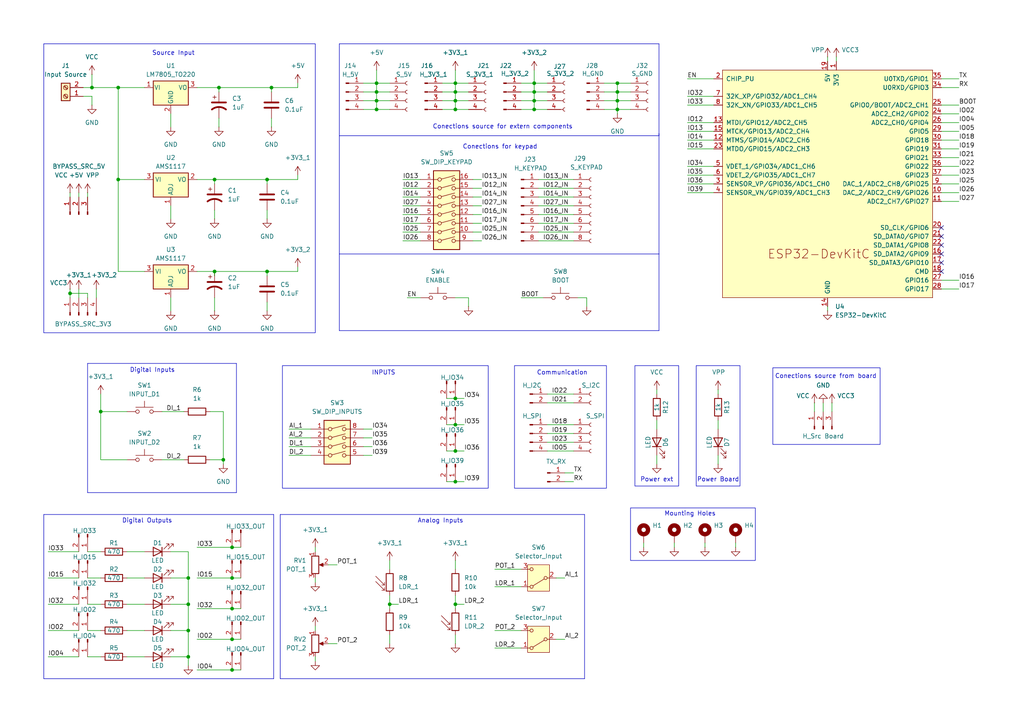
<source format=kicad_sch>
(kicad_sch (version 20231120) (generator "eeschema") (generator_version "8.0")
  (paper "A4")
  (title_block (title "Base for ESP32") (date "2024-11-27") (rev "0.1") (company "Xizuth"))
  (junction (at 154.94 24.13))
  (junction (at 64.77 133.35))
  (junction (at 34.29 52.07))
  (junction (at 132.08 123.19))
  (junction (at 62.23 52.07))
  (junction (at 132.08 24.13))
  (junction (at 132.08 175.26))
  (junction (at 67.31 185.42))
  (junction (at 54.61 190.5))
  (junction (at 179.07 31.75))
  (junction (at 54.61 167.64))
  (junction (at 54.61 175.26))
  (junction (at 67.31 158.75))
  (junction (at 179.07 26.67))
  (junction (at 179.07 24.13))
  (junction (at 34.29 25.4))
  (junction (at 109.22 31.75))
  (junction (at 109.22 26.67))
  (junction (at 113.03 175.26))
  (junction (at 132.08 139.7))
  (junction (at 132.08 29.21))
  (junction (at 109.22 29.21))
  (junction (at 77.47 78.74))
  (junction (at 154.94 29.21))
  (junction (at 78.74 25.4))
  (junction (at 132.08 115.57))
  (junction (at 109.22 24.13))
  (junction (at 54.61 182.88))
  (junction (at 132.08 26.67))
  (junction (at 26.67 25.4))
  (junction (at 29.21 119.38))
  (junction (at 132.08 31.75))
  (junction (at 63.5 25.4))
  (junction (at 77.47 52.07))
  (junction (at 132.08 130.81))
  (junction (at 67.31 194.31))
  (junction (at 67.31 176.53))
  (junction (at 179.07 29.21))
  (junction (at 154.94 26.67))
  (junction (at 62.23 78.74))
  (junction (at 20.32 85.09))
  (junction (at 67.31 167.64))
  (junction (at 154.94 31.75))
  (no_connect (at 273.05 76.2))
  (no_connect (at 273.05 71.12))
  (no_connect (at 273.05 73.66))
  (no_connect (at 273.05 78.74))
  (no_connect (at 273.05 68.58))
  (no_connect (at 273.05 66.04))
  (wire (pts (xy 25.4 86.36) (xy 25.4 85.09)))
  (wire (pts (xy 151.13 26.67) (xy 154.94 26.67)))
  (wire (pts (xy 34.29 52.07) (xy 34.29 78.74)))
  (wire (pts (xy 273.05 83.82) (xy 278.13 83.82)))
  (wire (pts (xy 86.36 25.4) (xy 86.36 24.13)))
  (wire (pts (xy 135.89 88.9) (xy 135.89 86.36)))
  (wire (pts (xy 83.82 127) (xy 90.17 127)))
  (wire (pts (xy 132.08 29.21) (xy 135.89 29.21)))
  (wire (pts (xy 13.97 190.5) (xy 22.86 190.5)))
  (wire (pts (xy 83.82 132.08) (xy 90.17 132.08)))
  (wire (pts (xy 179.07 31.75) (xy 179.07 33.02)))
  (polyline (pts (xy 98.425 73.66) (xy 98.425 95.885)))
  (wire (pts (xy 137.16 62.23) (xy 139.7 62.23)))
  (wire (pts (xy 154.94 29.21) (xy 158.75 29.21)))
  (polyline (pts (xy 68.58 105.41) (xy 68.58 142.875)))
  (wire (pts (xy 154.94 31.75) (xy 158.75 31.75)))
  (wire (pts (xy 208.28 113.03) (xy 208.28 114.3)))
  (wire (pts (xy 273.05 25.4) (xy 278.13 25.4)))
  (wire (pts (xy 158.75 116.84) (xy 166.37 116.84)))
  (wire (pts (xy 91.44 190.5) (xy 91.44 191.77)))
  (wire (pts (xy 116.84 69.85) (xy 121.92 69.85)))
  (polyline (pts (xy 81.28 149.225) (xy 169.545 149.225)))
  (wire (pts (xy 24.13 25.4) (xy 26.67 25.4)))
  (wire (pts (xy 179.07 29.21) (xy 179.07 31.75)))
  (wire (pts (xy 63.5 25.4) (xy 78.74 25.4)))
  (wire (pts (xy 91.44 167.64) (xy 91.44 168.91)))
  (wire (pts (xy 132.08 26.67) (xy 135.89 26.67)))
  (polyline (pts (xy 91.44 96.52) (xy 91.44 12.7)))
  (wire (pts (xy 143.51 182.88) (xy 151.13 182.88)))
  (wire (pts (xy 151.13 31.75) (xy 154.94 31.75)))
  (wire (pts (xy 77.47 60.96) (xy 77.47 63.5)))
  (wire (pts (xy 63.5 34.29) (xy 63.5 36.83)))
  (wire (pts (xy 199.39 27.94) (xy 207.01 27.94)))
  (wire (pts (xy 54.61 190.5) (xy 54.61 193.04)))
  (wire (pts (xy 113.03 175.26) (xy 113.03 176.53)))
  (polyline (pts (xy 191.135 39.37) (xy 191.135 12.7)))
  (wire (pts (xy 95.25 163.83) (xy 97.79 163.83)))
  (wire (pts (xy 132.08 184.15) (xy 132.08 186.69)))
  (wire (pts (xy 26.67 21.59) (xy 26.67 25.4)))
  (wire (pts (xy 273.05 58.42) (xy 278.13 58.42)))
  (wire (pts (xy 158.75 130.81) (xy 166.37 130.81)))
  (wire (pts (xy 36.83 167.64) (xy 41.91 167.64)))
  (wire (pts (xy 25.4 167.64) (xy 29.21 167.64)))
  (wire (pts (xy 109.22 29.21) (xy 109.22 31.75)))
  (wire (pts (xy 179.07 26.67) (xy 182.88 26.67)))
  (wire (pts (xy 49.53 190.5) (xy 54.61 190.5)))
  (wire (pts (xy 273.05 53.34) (xy 278.13 53.34)))
  (wire (pts (xy 116.84 54.61) (xy 121.92 54.61)))
  (wire (pts (xy 25.4 175.26) (xy 29.21 175.26)))
  (polyline (pts (xy 169.545 149.225) (xy 169.545 196.85)))
  (wire (pts (xy 208.28 121.92) (xy 208.28 124.46)))
  (wire (pts (xy 273.05 33.02) (xy 278.13 33.02)))
  (wire (pts (xy 29.21 119.38) (xy 36.83 119.38)))
  (wire (pts (xy 105.41 129.54) (xy 107.95 129.54)))
  (wire (pts (xy 29.21 114.3) (xy 29.21 119.38)))
  (wire (pts (xy 36.83 175.26) (xy 41.91 175.26)))
  (wire (pts (xy 137.16 59.69) (xy 139.7 59.69)))
  (wire (pts (xy 128.27 26.67) (xy 132.08 26.67)))
  (wire (pts (xy 132.08 26.67) (xy 132.08 29.21)))
  (wire (pts (xy 132.08 24.13) (xy 135.89 24.13)))
  (wire (pts (xy 13.97 175.26) (xy 22.86 175.26)))
  (wire (pts (xy 77.47 87.63) (xy 77.47 90.17)))
  (wire (pts (xy 36.83 160.02) (xy 41.91 160.02)))
  (wire (pts (xy 273.05 50.8) (xy 278.13 50.8)))
  (wire (pts (xy 158.75 125.73) (xy 166.37 125.73)))
  (wire (pts (xy 91.44 158.75) (xy 91.44 160.02)))
  (wire (pts (xy 113.03 172.72) (xy 113.03 175.26)))
  (wire (pts (xy 54.61 175.26) (xy 54.61 182.88)))
  (wire (pts (xy 116.84 59.69) (xy 121.92 59.69)))
  (wire (pts (xy 113.03 184.15) (xy 113.03 186.69)))
  (wire (pts (xy 67.31 167.64) (xy 69.85 167.64)))
  (wire (pts (xy 132.08 24.13) (xy 132.08 26.67)))
  (wire (pts (xy 105.41 31.75) (xy 109.22 31.75)))
  (wire (pts (xy 25.4 182.88) (xy 29.21 182.88)))
  (wire (pts (xy 137.16 69.85) (xy 139.7 69.85)))
  (wire (pts (xy 109.22 24.13) (xy 113.03 24.13)))
  (wire (pts (xy 57.15 52.07) (xy 62.23 52.07)))
  (wire (pts (xy 158.75 123.19) (xy 166.37 123.19)))
  (wire (pts (xy 132.08 29.21) (xy 132.08 31.75)))
  (polyline (pts (xy 79.375 196.85) (xy 12.7 196.85)))
  (wire (pts (xy 132.08 130.81) (xy 134.62 130.81)))
  (wire (pts (xy 151.13 86.36) (xy 157.48 86.36)))
  (wire (pts (xy 132.08 175.26) (xy 132.08 176.53)))
  (wire (pts (xy 83.82 124.46) (xy 90.17 124.46)))
  (wire (pts (xy 273.05 30.48) (xy 278.13 30.48)))
  (wire (pts (xy 105.41 124.46) (xy 107.95 124.46)))
  (wire (pts (xy 49.53 160.02) (xy 54.61 160.02)))
  (wire (pts (xy 154.94 29.21) (xy 154.94 31.75)))
  (polyline (pts (xy 79.375 149.225) (xy 79.375 196.85)))
  (wire (pts (xy 199.39 40.64) (xy 207.01 40.64)))
  (wire (pts (xy 137.16 64.77) (xy 139.7 64.77)))
  (wire (pts (xy 213.36 157.48) (xy 213.36 158.75)))
  (wire (pts (xy 158.75 128.27) (xy 166.37 128.27)))
  (wire (pts (xy 57.15 194.31) (xy 67.31 194.31)))
  (wire (pts (xy 199.39 35.56) (xy 207.01 35.56)))
  (wire (pts (xy 22.86 55.88) (xy 22.86 57.15)))
  (wire (pts (xy 143.51 170.18) (xy 151.13 170.18)))
  (wire (pts (xy 132.08 20.32) (xy 132.08 24.13)))
  (wire (pts (xy 163.83 139.7) (xy 166.37 139.7)))
  (polyline (pts (xy 191.135 73.66) (xy 191.135 38.735)))
  (wire (pts (xy 175.26 31.75) (xy 179.07 31.75)))
  (wire (pts (xy 128.27 31.75) (xy 132.08 31.75)))
  (wire (pts (xy 158.75 114.3) (xy 166.37 114.3)))
  (wire (pts (xy 241.3 116.84) (xy 241.3 119.38)))
  (wire (pts (xy 64.77 133.35) (xy 64.77 134.62)))
  (wire (pts (xy 105.41 24.13) (xy 109.22 24.13)))
  (wire (pts (xy 116.84 52.07) (xy 121.92 52.07)))
  (wire (pts (xy 36.83 190.5) (xy 41.91 190.5)))
  (wire (pts (xy 77.47 78.74) (xy 77.47 80.01)))
  (wire (pts (xy 46.99 133.35) (xy 53.34 133.35)))
  (wire (pts (xy 179.07 24.13) (xy 182.88 24.13)))
  (wire (pts (xy 151.13 24.13) (xy 154.94 24.13)))
  (wire (pts (xy 109.22 31.75) (xy 113.03 31.75)))
  (wire (pts (xy 78.74 25.4) (xy 86.36 25.4)))
  (wire (pts (xy 179.07 29.21) (xy 182.88 29.21)))
  (wire (pts (xy 273.05 35.56) (xy 278.13 35.56)))
  (wire (pts (xy 62.23 86.36) (xy 62.23 90.17)))
  (wire (pts (xy 63.5 25.4) (xy 63.5 26.67)))
  (wire (pts (xy 156.21 64.77) (xy 166.37 64.77)))
  (wire (pts (xy 62.23 60.96) (xy 62.23 63.5)))
  (wire (pts (xy 109.22 29.21) (xy 113.03 29.21)))
  (wire (pts (xy 62.23 78.74) (xy 77.47 78.74)))
  (wire (pts (xy 49.53 86.36) (xy 49.53 90.17)))
  (wire (pts (xy 161.29 185.42) (xy 163.83 185.42)))
  (wire (pts (xy 151.13 29.21) (xy 154.94 29.21)))
  (wire (pts (xy 77.47 52.07) (xy 77.47 53.34)))
  (wire (pts (xy 190.5 132.08) (xy 190.5 134.62)))
  (wire (pts (xy 13.97 167.64) (xy 22.86 167.64)))
  (polyline (pts (xy 91.44 12.7) (xy 12.7 12.7)))
  (wire (pts (xy 109.22 26.67) (xy 109.22 29.21)))
  (wire (pts (xy 105.41 26.67) (xy 109.22 26.67)))
  (polyline (pts (xy 25.4 105.41) (xy 25.4 142.875)))
  (wire (pts (xy 25.4 85.09) (xy 20.32 85.09)))
  (wire (pts (xy 156.21 54.61) (xy 166.37 54.61)))
  (wire (pts (xy 62.23 52.07) (xy 62.23 53.34)))
  (wire (pts (xy 64.77 119.38) (xy 64.77 133.35)))
  (wire (pts (xy 154.94 24.13) (xy 154.94 26.67)))
  (wire (pts (xy 273.05 38.1) (xy 278.13 38.1)))
  (wire (pts (xy 273.05 45.72) (xy 278.13 45.72)))
  (wire (pts (xy 83.82 129.54) (xy 90.17 129.54)))
  (wire (pts (xy 156.21 67.31) (xy 166.37 67.31)))
  (wire (pts (xy 154.94 26.67) (xy 158.75 26.67)))
  (polyline (pts (xy 98.425 12.7) (xy 191.135 12.7)))
  (wire (pts (xy 57.15 185.42) (xy 67.31 185.42)))
  (wire (pts (xy 60.96 119.38) (xy 64.77 119.38)))
  (wire (pts (xy 190.5 113.03) (xy 190.5 114.3)))
  (wire (pts (xy 179.07 26.67) (xy 179.07 29.21)))
  (wire (pts (xy 273.05 55.88) (xy 278.13 55.88)))
  (wire (pts (xy 20.32 85.09) (xy 20.32 86.36)))
  (wire (pts (xy 67.31 194.31) (xy 69.85 194.31)))
  (wire (pts (xy 57.15 167.64) (xy 67.31 167.64)))
  (wire (pts (xy 57.15 176.53) (xy 67.31 176.53)))
  (polyline (pts (xy 68.58 142.875) (xy 25.4 142.875)))
  (wire (pts (xy 67.31 158.75) (xy 69.85 158.75)))
  (wire (pts (xy 67.31 185.42) (xy 69.85 185.42)))
  (polyline (pts (xy 98.425 95.885) (xy 191.135 95.885)))
  (wire (pts (xy 199.39 53.34) (xy 207.01 53.34)))
  (wire (pts (xy 199.39 48.26) (xy 207.01 48.26)))
  (wire (pts (xy 195.58 157.48) (xy 195.58 158.75)))
  (wire (pts (xy 156.21 52.07) (xy 166.37 52.07)))
  (wire (pts (xy 163.83 137.16) (xy 166.37 137.16)))
  (wire (pts (xy 238.76 116.84) (xy 238.76 119.38)))
  (wire (pts (xy 137.16 67.31) (xy 139.7 67.31)))
  (wire (pts (xy 240.03 16.51) (xy 240.03 17.78)))
  (wire (pts (xy 49.53 167.64) (xy 54.61 167.64)))
  (wire (pts (xy 105.41 127) (xy 107.95 127)))
  (wire (pts (xy 208.28 132.08) (xy 208.28 134.62)))
  (wire (pts (xy 129.54 123.19) (xy 132.08 123.19)))
  (wire (pts (xy 57.15 25.4) (xy 63.5 25.4)))
  (wire (pts (xy 34.29 25.4) (xy 41.91 25.4)))
  (wire (pts (xy 78.74 34.29) (xy 78.74 36.83)))
  (polyline (pts (xy 25.4 105.41) (xy 68.58 105.41)))
  (wire (pts (xy 105.41 29.21) (xy 109.22 29.21)))
  (wire (pts (xy 156.21 62.23) (xy 166.37 62.23)))
  (wire (pts (xy 129.54 115.57) (xy 132.08 115.57)))
  (wire (pts (xy 132.08 139.7) (xy 134.62 139.7)))
  (wire (pts (xy 273.05 43.18) (xy 278.13 43.18)))
  (wire (pts (xy 179.07 31.75) (xy 182.88 31.75)))
  (wire (pts (xy 25.4 55.88) (xy 25.4 57.15)))
  (wire (pts (xy 199.39 22.86) (xy 207.01 22.86)))
  (wire (pts (xy 86.36 52.07) (xy 86.36 50.8)))
  (wire (pts (xy 62.23 52.07) (xy 77.47 52.07)))
  (wire (pts (xy 199.39 55.88) (xy 207.01 55.88)))
  (polyline (pts (xy 98.425 39.37) (xy 98.425 73.66)))
  (polyline (pts (xy 81.28 149.225) (xy 81.28 196.85)))
  (wire (pts (xy 175.26 24.13) (xy 179.07 24.13)))
  (wire (pts (xy 86.36 78.74) (xy 86.36 77.47)))
  (wire (pts (xy 41.91 52.07) (xy 34.29 52.07)))
  (wire (pts (xy 36.83 182.88) (xy 41.91 182.88)))
  (wire (pts (xy 24.13 27.94) (xy 26.67 27.94)))
  (polyline (pts (xy 98.425 39.37) (xy 191.135 39.37)))
  (wire (pts (xy 22.86 83.82) (xy 22.86 86.36)))
  (wire (pts (xy 186.69 157.48) (xy 186.69 158.75)))
  (wire (pts (xy 25.4 160.02) (xy 29.21 160.02)))
  (wire (pts (xy 175.26 26.67) (xy 179.07 26.67)))
  (wire (pts (xy 128.27 29.21) (xy 132.08 29.21)))
  (polyline (pts (xy 98.425 73.66) (xy 191.135 73.66)))
  (wire (pts (xy 29.21 119.38) (xy 29.21 133.35)))
  (wire (pts (xy 62.23 78.74) (xy 62.23 80.01)))
  (polyline (pts (xy 12.7 12.7) (xy 12.7 96.52)))
  (wire (pts (xy 129.54 130.81) (xy 132.08 130.81)))
  (wire (pts (xy 109.22 24.13) (xy 109.22 26.67)))
  (wire (pts (xy 273.05 22.86) (xy 278.13 22.86)))
  (wire (pts (xy 113.03 162.56) (xy 113.03 165.1)))
  (wire (pts (xy 49.53 63.5) (xy 49.53 59.69)))
  (wire (pts (xy 60.96 133.35) (xy 64.77 133.35)))
  (wire (pts (xy 129.54 139.7) (xy 132.08 139.7)))
  (wire (pts (xy 20.32 83.82) (xy 20.32 85.09)))
  (wire (pts (xy 41.91 78.74) (xy 34.29 78.74)))
  (wire (pts (xy 109.22 20.32) (xy 109.22 24.13)))
  (polyline (pts (xy 169.545 196.85) (xy 81.28 196.85)))
  (wire (pts (xy 170.18 86.36) (xy 167.64 86.36)))
  (wire (pts (xy 116.84 57.15) (xy 121.92 57.15)))
  (wire (pts (xy 137.16 57.15) (xy 139.7 57.15)))
  (polyline (pts (xy 12.7 149.225) (xy 79.375 149.225)))
  (wire (pts (xy 242.57 16.51) (xy 242.57 17.78)))
  (wire (pts (xy 20.32 55.88) (xy 20.32 57.15)))
  (wire (pts (xy 156.21 57.15) (xy 166.37 57.15)))
  (wire (pts (xy 49.53 175.26) (xy 54.61 175.26)))
  (wire (pts (xy 109.22 26.67) (xy 113.03 26.67)))
  (wire (pts (xy 49.53 182.88) (xy 54.61 182.88)))
  (wire (pts (xy 95.25 186.69) (xy 97.79 186.69)))
  (wire (pts (xy 29.21 133.35) (xy 36.83 133.35)))
  (wire (pts (xy 13.97 182.88) (xy 22.86 182.88)))
  (wire (pts (xy 179.07 24.13) (xy 179.07 26.67)))
  (wire (pts (xy 105.41 132.08) (xy 107.95 132.08)))
  (wire (pts (xy 154.94 24.13) (xy 158.75 24.13)))
  (polyline (pts (xy 12.7 149.225) (xy 12.7 196.85)))
  (wire (pts (xy 128.27 24.13) (xy 132.08 24.13)))
  (wire (pts (xy 116.84 67.31) (xy 121.92 67.31)))
  (wire (pts (xy 143.51 165.1) (xy 151.13 165.1)))
  (wire (pts (xy 273.05 81.28) (xy 278.13 81.28)))
  (wire (pts (xy 156.21 69.85) (xy 166.37 69.85)))
  (wire (pts (xy 26.67 27.94) (xy 26.67 30.48)))
  (wire (pts (xy 113.03 175.26) (xy 115.57 175.26)))
  (wire (pts (xy 54.61 182.88) (xy 54.61 190.5)))
  (wire (pts (xy 91.44 181.61) (xy 91.44 182.88)))
  (wire (pts (xy 57.15 78.74) (xy 62.23 78.74)))
  (wire (pts (xy 34.29 25.4) (xy 34.29 52.07)))
  (wire (pts (xy 240.03 88.9) (xy 240.03 90.17)))
  (wire (pts (xy 27.94 83.82) (xy 27.94 86.36)))
  (wire (pts (xy 236.22 116.84) (xy 236.22 119.38)))
  (wire (pts (xy 132.08 175.26) (xy 134.62 175.26)))
  (wire (pts (xy 77.47 78.74) (xy 86.36 78.74)))
  (wire (pts (xy 132.08 172.72) (xy 132.08 175.26)))
  (wire (pts (xy 46.99 119.38) (xy 53.34 119.38)))
  (wire (pts (xy 135.89 86.36) (xy 132.08 86.36)))
  (wire (pts (xy 26.67 25.4) (xy 34.29 25.4)))
  (wire (pts (xy 137.16 52.07) (xy 139.7 52.07)))
  (wire (pts (xy 204.47 157.48) (xy 204.47 158.75)))
  (wire (pts (xy 156.21 59.69) (xy 166.37 59.69)))
  (wire (pts (xy 78.74 25.4) (xy 78.74 26.67)))
  (wire (pts (xy 154.94 20.32) (xy 154.94 24.13)))
  (wire (pts (xy 199.39 30.48) (xy 207.01 30.48)))
  (wire (pts (xy 132.08 115.57) (xy 134.62 115.57)))
  (wire (pts (xy 175.26 29.21) (xy 179.07 29.21)))
  (wire (pts (xy 132.08 162.56) (xy 132.08 165.1)))
  (wire (pts (xy 199.39 50.8) (xy 207.01 50.8)))
  (polyline (pts (xy 191.135 95.885) (xy 191.135 73.66)))
  (wire (pts (xy 273.05 40.64) (xy 278.13 40.64)))
  (wire (pts (xy 170.18 88.9) (xy 170.18 86.36)))
  (polyline (pts (xy 12.7 96.52) (xy 91.44 96.52)))
  (wire (pts (xy 273.05 48.26) (xy 278.13 48.26)))
  (wire (pts (xy 13.97 160.02) (xy 22.86 160.02)))
  (wire (pts (xy 116.84 64.77) (xy 121.92 64.77)))
  (wire (pts (xy 161.29 167.64) (xy 163.83 167.64)))
  (wire (pts (xy 143.51 187.96) (xy 151.13 187.96)))
  (wire (pts (xy 116.84 62.23) (xy 121.92 62.23)))
  (wire (pts (xy 190.5 121.92) (xy 190.5 124.46)))
  (wire (pts (xy 54.61 167.64) (xy 54.61 175.26)))
  (wire (pts (xy 57.15 158.75) (xy 67.31 158.75)))
  (wire (pts (xy 199.39 38.1) (xy 207.01 38.1)))
  (wire (pts (xy 67.31 176.53) (xy 69.85 176.53)))
  (wire (pts (xy 25.4 190.5) (xy 29.21 190.5)))
  (wire (pts (xy 137.16 54.61) (xy 139.7 54.61)))
  (wire (pts (xy 77.47 52.07) (xy 86.36 52.07)))
  (wire (pts (xy 199.39 43.18) (xy 207.01 43.18)))
  (wire (pts (xy 154.94 26.67) (xy 154.94 29.21)))
  (wire (pts (xy 118.11 86.36) (xy 121.92 86.36)))
  (wire (pts (xy 54.61 160.02) (xy 54.61 167.64)))
  (wire (pts (xy 49.53 36.83) (xy 49.53 33.02)))
  (wire (pts (xy 132.08 31.75) (xy 135.89 31.75)))
  (polyline (pts (xy 98.425 12.7) (xy 98.425 39.37)))
  (wire (pts (xy 132.08 123.19) (xy 134.62 123.19)))
  (rectangle (start 224.155 106.68) (end 255.27 128.905))
  (rectangle (start 81.915 106.045) (end 141.605 141.605))
  (rectangle (start 201.93 106.045) (end 214.63 140.97))
  (rectangle (start 149.225 106.045) (end 175.895 141.605))
  (rectangle (start 182.88 147.32) (end 219.075 162.56))
  (rectangle (start 184.15 106.045) (end 196.85 140.97))
  (text "Conections for keypad" (at 145.034 42.672 0) (effects (font (size 1.27 1.27))))
  (text "Conections source for extern components" (at 145.796 36.83 0) (effects (font (size 1.27 1.27))))
  (text "Source Input" (at 50.292 15.494 0) (effects (font (size 1.27 1.27))))
  (text "Digital Inputs" (at 44.196 107.442 0) (effects (font (size 1.27 1.27))))
  (text "INPUTS" (at 111.252 108.204 0) (effects (font (size 1.27 1.27))))
  (text "Digital Outputs" (at 42.672 151.13 0) (effects (font (size 1.27 1.27))))
  (text "Power ext" (at 190.5 139.192 0) (effects (font (size 1.27 1.27))))
  (text "Power Board" (at 208.28 139.192 0) (effects (font (size 1.27 1.27))))
  (text "Conections source from board" (at 239.522 109.22 0) (effects (font (size 1.27 1.27))))
  (text "Analog Inputs" (at 127.762 151.13 0) (effects (font (size 1.27 1.27))))
  (text "Mounting Holes" (at 200.152 149.098 0) (effects (font (size 1.27 1.27))))
  (text "Communication" (at 163.068 108.204 0) (effects (font (size 1.27 1.27))))
  (label "IO19" (at 160.02 125.73 0))
  (label "IO04" (at 278.13 35.56 0))
  (label "IO17" (at 116.84 64.77 0))
  (label "IO15" (at 57.15 167.64 0))
  (label "IO16" (at 116.84 62.23 0))
  (label "IO25_IN" (at 139.7 67.31 0))
  (label "IO19" (at 278.13 43.18 0))
  (label "POT_1" (at 97.79 163.83 0))
  (label "POT_1" (at 143.51 165.1 0))
  (label "LDR_1" (at 143.51 170.18 0))
  (label "IO34" (at 107.95 124.46 0))
  (label "LDR_1" (at 115.57 175.26 0))
  (label "IO36" (at 134.62 130.81 0))
  (label "IO26" (at 278.13 55.88 0))
  (label "AI_1" (at 83.82 124.46 0))
  (label "IO33" (at 13.97 160.02 0))
  (label "IO18" (at 278.13 40.64 0))
  (label "BOOT" (at 151.13 86.36 0))
  (label "TX" (at 166.37 137.16 0))
  (label "IO32" (at 13.97 175.26 0))
  (label "RX" (at 278.13 25.4 0))
  (label "IO14_IN" (at 157.48 57.15 0))
  (label "DI_2" (at 48.26 133.35 0))
  (label "IO14_IN" (at 139.7 57.15 0))
  (label "IO22" (at 278.13 48.26 0))
  (label "IO36" (at 107.95 129.54 0))
  (label "IO17_IN" (at 139.7 64.77 0))
  (label "DI_1" (at 48.26 119.38 0))
  (label "IO16_IN" (at 139.7 62.23 0))
  (label "IO12_IN" (at 139.7 54.61 0))
  (label "IO34" (at 199.39 48.26 0))
  (label "EN" (at 199.39 22.86 0))
  (label "IO13" (at 116.84 52.07 0))
  (label "IO25" (at 278.13 53.34 0))
  (label "IO16" (at 278.13 81.28 0))
  (label "IO22" (at 160.02 114.3 0))
  (label "AI_1" (at 163.83 167.64 0))
  (label "IO36" (at 199.39 53.34 0))
  (label "IO04" (at 13.97 190.5 0))
  (label "IO02" (at 57.15 185.42 0))
  (label "IO26_IN" (at 157.48 69.85 0))
  (label "RX" (at 166.37 139.7 0))
  (label "IO12" (at 116.84 54.61 0))
  (label "IO04" (at 57.15 194.31 0))
  (label "IO33" (at 199.39 30.48 0))
  (label "IO23" (at 278.13 50.8 0))
  (label "IO26" (at 116.84 69.85 0))
  (label "DI_2" (at 83.82 132.08 0))
  (label "IO35" (at 107.95 127 0))
  (label "IO35" (at 199.39 50.8 0))
  (label "IO15" (at 13.97 167.64 0))
  (label "IO27_IN" (at 157.48 59.69 0))
  (label "TX" (at 278.13 22.86 0))
  (label "IO23" (at 160.02 128.27 0))
  (label "IO13_IN" (at 139.7 52.07 0))
  (label "POT_2" (at 97.79 186.69 0))
  (label "IO21" (at 160.02 116.84 0))
  (label "IO39" (at 199.39 55.88 0))
  (label "DI_1" (at 83.82 129.54 0))
  (label "IO39" (at 134.62 139.7 0))
  (label "IO27_IN" (at 139.7 59.69 0))
  (label "IO39" (at 107.95 132.08 0))
  (label "IO12_IN" (at 157.48 54.61 0))
  (label "LDR_2" (at 143.51 187.96 0))
  (label "IO25_IN" (at 157.48 67.31 0))
  (label "IO14" (at 199.39 40.64 0))
  (label "IO13_IN" (at 157.48 52.07 0))
  (label "IO27" (at 116.84 59.69 0))
  (label "IO17_IN" (at 157.48 64.77 0))
  (label "IO02" (at 13.97 182.88 0))
  (label "IO21" (at 278.13 45.72 0))
  (label "IO32" (at 57.15 176.53 0))
  (label "IO14" (at 116.84 57.15 0))
  (label "POT_2" (at 143.51 182.88 0))
  (label "EN" (at 118.11 86.36 0))
  (label "IO33" (at 57.15 158.75 0))
  (label "LDR_2" (at 134.62 175.26 0))
  (label "IO26_IN" (at 139.7 69.85 0))
  (label "IO27" (at 278.13 58.42 0))
  (label "IO25" (at 116.84 67.31 0))
  (label "IO15" (at 199.39 43.18 0))
  (label "IO17" (at 278.13 83.82 0))
  (label "IO05" (at 278.13 38.1 0))
  (label "IO34" (at 134.62 115.57 0))
  (label "IO16_IN" (at 157.48 62.23 0))
  (label "IO32" (at 199.39 27.94 0))
  (label "AI_2" (at 83.82 127 0))
  (label "BOOT" (at 278.13 30.48 0))
  (label "IO18" (at 160.02 123.19 0))
  (label "IO13" (at 199.39 38.1 0))
  (label "IO12" (at 199.39 35.56 0))
  (label "IO02" (at 278.13 33.02 0))
  (label "AI_2" (at 163.83 185.42 0))
  (label "IO35" (at 134.62 123.19 0))
  (label "IO05" (at 160.02 130.81 0))
  (symbol (lib_id "power:VCC") (at 190.5 113.03 0) (unit 1)
    (property "Reference" "#PWR039" (effects (hide yes)))
    (property "Value" "VCC" (at 190.5 107.95 0))
    (property "Description" "Power symbol creates a global label with name \"VCC\"" (effects (hide yes)))
  )
  (symbol (lib_id "Connector:Conn_01x02_Pin") (at 158.75 137.16 0) (unit 1)
    (property "Reference" "J26" (effects (hide yes)))
    (property "Value" "TX_RX" (at 161.29 133.858 0))
    (property "Footprint" "Connector_PinHeader_2.54mm:PinHeader_1x02_P2.54mm_Vertical" (effects (hide yes)))
    (property "Description" "Generic connector, single row, 01x02, script generated" (effects (hide yes)))
  )
  (symbol (lib_id "power:VCC") (at 241.3 116.84 0) (unit 1)
    (property "Reference" "#PWR050" (effects (hide yes)))
    (property "Value" "VCC3" (at 245.364 114.808 0))
    (property "Description" "Power symbol creates a global label with name \"VCC\"" (effects (hide yes)))
  )
  (symbol (lib_id "Connector:Conn_01x04_Pin") (at 146.05 26.67 0) (unit 1)
    (property "Reference" "J22" (at 146.685 19.05 0))
    (property "Value" "H_3V3_2" (at 149.352 21.336 0))
    (property "Footprint" "Connector_PinHeader_2.54mm:PinHeader_1x04_P2.54mm_Vertical" (effects (hide yes)))
    (property "Description" "Generic connector, single row, 01x04, script generated" (effects (hide yes)))
  )
  (symbol (lib_id "power:GND") (at 135.89 88.9 0) (unit 1)
    (property "Reference" "#PWR034" (effects (hide yes)))
    (property "Value" "GND" (effects (hide yes)))
    (property "Description" "Power symbol creates a global label with name \"GND\" , ground" (effects (hide yes)))
  )
  (symbol (lib_id "power:GND") (at 213.36 158.75 0) (unit 1)
    (property "Reference" "#PWR045" (effects (hide yes)))
    (property "Value" "GND" (effects (hide yes)))
    (property "Description" "Power symbol creates a global label with name \"GND\" , ground" (effects (hide yes)))
  )
  (symbol (lib_id "Connector:Conn_01x04_Socket") (at 163.83 26.67 0) (unit 1)
    (property "Reference" "J27" (at 160.528 19.304 0) (effects (justify left)))
    (property "Value" "S_3V3_2" (at 158.496 21.336 0) (effects (justify left)))
    (property "Footprint" "Connector_PinSocket_2.54mm:PinSocket_1x04_P2.54mm_Vertical" (effects (hide yes)))
    (property "Description" "Generic connector, single row, 01x04, script generated" (effects (hide yes)))
  )
  (symbol (lib_id "power:GND") (at 54.61 193.04 0) (unit 1)
    (property "Reference" "#PWR013" (effects (hide yes)))
    (property "Value" "GND" (effects (hide yes)))
    (property "Description" "Power symbol creates a global label with name \"GND\" , ground" (effects (hide yes)))
  )
  (symbol (lib_id "power:VPP") (at 240.03 16.51 0) (unit 1)
    (property "Reference" "#PWR048" (effects (hide yes)))
    (property "Value" "VPP" (at 237.236 14.478 0))
    (property "Description" "Power symbol creates a global label with name \"VPP\"" (effects (hide yes)))
  )
  (symbol (lib_id "Device:R") (at 57.15 119.38 90) (unit 1)
    (property "Reference" "R6" (at 57.15 113.03 90))
    (property "Value" "1k" (at 57.15 115.57 90))
    (property "Footprint" "Resistor_THT:R_Axial_DIN0207_L6.3mm_D2.5mm_P10.16mm_Horizontal" (effects (hide yes)))
    (property "Description" "Resistor" (effects (hide yes)))
  )
  (symbol (lib_id "power:GND") (at 62.23 90.17 0) (unit 1)
    (property "Reference" "#PWR015" (effects (hide yes)))
    (property "Value" "GND" (at 62.23 95.25 0))
    (property "Description" "Power symbol creates a global label with name \"GND\" , ground" (effects (hide yes)))
  )
  (symbol (lib_id "Device:C_Polarized_US") (at 63.5 30.48 0) (unit 1)
    (property "Reference" "C3" (at 67.31 28.5749 0) (effects (justify left)))
    (property "Value" "1uF" (at 67.31 31.1149 0) (effects (justify left)))
    (property "Footprint" "Capacitor_THT:CP_Radial_D5.0mm_P2.50mm" (effects (hide yes)))
    (property "Description" "Polarized capacitor, US symbol" (effects (hide yes)))
  )
  (symbol (lib_id "Connector:Conn_01x03_Pin") (at 238.76 124.46 90) (unit 1)
    (property "Reference" "J33" (effects (hide yes)))
    (property "Value" "H_Src Board" (at 238.76 126.492 90))
    (property "Footprint" "Connector_PinHeader_2.54mm:PinHeader_1x03_P2.54mm_Vertical" (effects (hide yes)))
    (property "Description" "Generic connector, single row, 01x03, script generated" (effects (hide yes)))
  )
  (symbol (lib_id "power:GND") (at 113.03 186.69 0) (unit 1)
    (property "Reference" "#PWR030" (effects (hide yes)))
    (property "Value" "GND" (effects (hide yes)))
    (property "Description" "Power symbol creates a global label with name \"GND\" , ground" (effects (hide yes)))
  )
  (symbol (lib_id "Device:R") (at 57.15 133.35 90) (unit 1)
    (property "Reference" "R7" (at 57.15 127 90))
    (property "Value" "1k" (at 57.15 129.54 90))
    (property "Footprint" "Resistor_THT:R_Axial_DIN0207_L6.3mm_D2.5mm_P10.16mm_Horizontal" (effects (hide yes)))
    (property "Description" "Resistor" (effects (hide yes)))
  )
  (symbol (lib_id "power:+3V3") (at 132.08 162.56 0) (unit 1)
    (property "Reference" "#PWR032" (effects (hide yes)))
    (property "Value" "+3V3_1" (at 132.08 157.48 0))
    (property "Description" "Power symbol creates a global label with name \"+3V3\"" (effects (hide yes)))
  )
  (symbol (lib_id "Mechanical:MountingHole_Pad") (at 213.36 154.94 0) (unit 1) (exclude_from_sim yes) (in_bom no)
    (property "Reference" "H4" (at 215.9 152.3999 0) (effects (justify left)))
    (property "Value" "MountingHole_Pad" (effects (hide yes)))
    (property "Footprint" "MountingHole:MountingHole_3mm_Pad_TopBottom" (effects (hide yes)))
    (property "Description" "Mounting Hole with connection" (effects (hide yes)))
  )
  (symbol (lib_id "Connector:Conn_01x02_Pin") (at 25.4 162.56 270) (unit 1)
    (property "Reference" "J5" (effects (hide yes)))
    (property "Value" "H_IO15" (at 21.082 161.544 90) (effects (justify left)))
    (property "Footprint" "Connector_PinHeader_2.54mm:PinHeader_1x02_P2.54mm_Vertical" (effects (hide yes)))
    (property "Description" "Generic connector, single row, 01x02, script generated" (effects (hide yes)))
  )
  (symbol (lib_id "Connector:Conn_01x04_Pin") (at 22.86 91.44 90) (unit 1)
    (property "Reference" "J3" (effects (hide yes)))
    (property "Value" "BYPASS_SRC_3V3" (at 24.13 93.98 90))
    (property "Footprint" "Connector_PinHeader_2.54mm:PinHeader_1x04_P2.54mm_Vertical" (effects (hide yes)))
    (property "Description" "Generic connector, single row, 01x04, script generated" (effects (hide yes)))
  )
  (symbol (lib_id "power:+5V") (at 154.94 20.32 0) (unit 1)
    (property "Reference" "#PWR035" (effects (hide yes)))
    (property "Value" "+3V3_2" (at 154.94 15.24 0))
    (property "Description" "Power symbol creates a global label with name \"+5V\"" (effects (hide yes)))
  )
  (symbol (lib_id "Device:LED") (at 45.72 175.26 180) (unit 1)
    (property "Reference" "D3" (at 45.72 172.72 0))
    (property "Value" "LED" (at 45.72 177.8 0))
    (property "Footprint" "LED_THT:LED_D3.0mm" (effects (hide yes)))
    (property "Description" "Light emitting diode" (effects (hide yes)))
  )
  (symbol (lib_id "power:+5V") (at 109.22 20.32 0) (unit 1)
    (property "Reference" "#PWR028" (effects (hide yes)))
    (property "Value" "+5V" (at 109.22 15.24 0))
    (property "Description" "Power symbol creates a global label with name \"+5V\"" (effects (hide yes)))
  )
  (symbol (lib_id "Connector:Conn_01x04_Pin") (at 153.67 125.73 0) (unit 1)
    (property "Reference" "J25" (effects (hide yes)))
    (property "Value" "H_SPI" (at 154.305 120.65 0))
    (property "Footprint" "Connector_PinHeader_2.54mm:PinHeader_1x04_P2.54mm_Vertical" (effects (hide yes)))
    (property "Description" "Generic connector, single row, 01x04, script generated" (effects (hide yes)))
  )
  (symbol (lib_id "Connector:Conn_01x04_Pin") (at 170.18 26.67 0) (unit 1)
    (property "Reference" "J28" (at 171.704 19.05 0))
    (property "Value" "H_GND" (at 171.958 21.336 0))
    (property "Footprint" "Connector_PinHeader_2.54mm:PinHeader_1x04_P2.54mm_Vertical" (effects (hide yes)))
    (property "Description" "Generic connector, single row, 01x04, script generated" (effects (hide yes)))
  )
  (symbol (lib_id "Device:C_Polarized_US") (at 62.23 82.55 0) (unit 1)
    (property "Reference" "C2" (at 66.04 80.6449 0) (effects (justify left)))
    (property "Value" "1uF" (at 66.04 83.1849 0) (effects (justify left)))
    (property "Footprint" "Capacitor_THT:CP_Radial_D5.0mm_P2.50mm" (effects (hide yes)))
    (property "Description" "Polarized capacitor, US symbol" (effects (hide yes)))
  )
  (symbol (lib_id "Switch:SW_DIP_x08") (at 129.54 62.23 0) (unit 1)
    (property "Reference" "SW5" (at 129.54 44.45 0))
    (property "Value" "SW_DIP_KEYPAD" (at 129.54 46.99 0))
    (property "Footprint" "Button_Switch_THT:SW_DIP_SPSTx08_Slide_9.78x22.5mm_W7.62mm_P2.54mm" (effects (hide yes)))
    (property "Description" "8x DIP Switch, Single Pole Single Throw (SPST) switch, small symbol" (effects (hide yes)))
  )
  (symbol (lib_id "Connector:Conn_01x04_Socket") (at 187.96 26.67 0) (unit 1)
    (property "Reference" "J32" (at 184.404 19.05 0) (effects (justify left)))
    (property "Value" "S_GND" (at 183.134 21.336 0) (effects (justify left)))
    (property "Footprint" "Connector_PinSocket_2.54mm:PinSocket_1x04_P2.54mm_Vertical" (effects (hide yes)))
    (property "Description" "Generic connector, single row, 01x04, script generated" (effects (hide yes)))
  )
  (symbol (lib_id "power:+5V") (at 86.36 24.13 0) (unit 1)
    (property "Reference" "#PWR021" (effects (hide yes)))
    (property "Value" "+5V" (at 86.36 19.05 0))
    (property "Description" "Power symbol creates a global label with name \"+5V\"" (effects (hide yes)))
  )
  (symbol (lib_id "Connector:Conn_01x02_Pin") (at 25.4 170.18 270) (unit 1)
    (property "Reference" "J6" (effects (hide yes)))
    (property "Value" "H_IO32" (at 21.082 169.164 90) (effects (justify left)))
    (property "Footprint" "Connector_PinHeader_2.54mm:PinHeader_1x02_P2.54mm_Vertical" (effects (hide yes)))
    (property "Description" "Generic connector, single row, 01x02, script generated" (effects (hide yes)))
  )
  (symbol (lib_id "Sensor_Optical:A9013") (at 113.03 168.91 0) (unit 1)
    (property "Reference" "R8" (at 115.57 167.6399 0) (effects (justify left)))
    (property "Value" "LDR_1" (at 115.57 170.1799 0) (effects (justify left)))
    (property "Footprint" "OptoDevice:R_LDR_5.0x4.1mm_P3mm_Vertical" (effects (hide yes)))
    (property "Datasheet" "http://www.produktinfo.conrad.com/datenblaetter/125000-149999/145475-da-01-en-FOTOWIDERSTAND_A_9060_A_9013.pdf" (effects (hide yes)))
    (property "Description" "light dependent resistor" (effects (hide yes)))
  )
  (symbol (lib_id "Connector:Conn_01x02_Pin") (at 132.08 118.11 270) (unit 1)
    (property "Reference" "J18" (effects (hide yes)))
    (property "Value" "H_IO35" (at 127.762 117.094 90) (effects (justify left)))
    (property "Footprint" "Connector_PinHeader_2.54mm:PinHeader_1x02_P2.54mm_Vertical" (effects (hide yes)))
    (property "Description" "Generic connector, single row, 01x02, script generated" (effects (hide yes)))
  )
  (symbol (lib_id "power:GND") (at 195.58 158.75 0) (unit 1)
    (property "Reference" "#PWR041" (effects (hide yes)))
    (property "Value" "GND" (effects (hide yes)))
    (property "Description" "Power symbol creates a global label with name \"GND\" , ground" (effects (hide yes)))
  )
  (symbol (lib_id "power:+3V3") (at 86.36 77.47 0) (unit 1)
    (property "Reference" "#PWR023" (effects (hide yes)))
    (property "Value" "+3V3_2" (at 86.36 72.39 0))
    (property "Description" "Power symbol creates a global label with name \"+3V3\"" (effects (hide yes)))
  )
  (symbol (lib_id "Switch:SW_Push") (at 41.91 119.38 0) (unit 1)
    (property "Reference" "SW1" (at 41.91 111.76 0))
    (property "Value" "INPUT_D1" (at 41.91 114.3 0))
    (property "Footprint" "Button_Switch_THT:SW_PUSH_6mm" (effects (hide yes)))
    (property "Description" "Push button switch, generic, two pins" (effects (hide yes)))
  )
  (symbol (lib_id "Regulator_Linear:AMS1117") (at 49.53 78.74 0) (unit 1)
    (property "Reference" "U3" (at 49.53 72.39 0))
    (property "Value" "AMS1117" (at 49.53 74.93 0))
    (property "Footprint" "Package_TO_SOT_SMD:SOT-223-3_TabPin2" (effects (hide yes)))
    (property "Datasheet" "http://www.advanced-monolithic.com/pdf/ds1117.pdf" (effects (hide yes)))
    (property "Description" "1A Low Dropout regulator, positive, adjustable output, SOT-223" (effects (hide yes)))
  )
  (symbol (lib_id "power:GND") (at 208.28 134.62 0) (unit 1)
    (property "Reference" "#PWR044" (effects (hide yes)))
    (property "Value" "GND" (effects (hide yes)))
    (property "Description" "Power symbol creates a global label with name \"GND\" , ground" (effects (hide yes)))
  )
  (symbol (lib_id "power:GND") (at 91.44 191.77 0) (unit 1)
    (property "Reference" "#PWR027" (effects (hide yes)))
    (property "Value" "GND" (effects (hide yes)))
    (property "Description" "Power symbol creates a global label with name \"GND\" , ground" (effects (hide yes)))
  )
  (symbol (lib_id "power:GND") (at 26.67 30.48 0) (unit 1)
    (property "Reference" "#PWR07" (effects (hide yes)))
    (property "Value" "GND" (at 26.67 35.56 0))
    (property "Description" "Power symbol creates a global label with name \"GND\" , ground" (effects (hide yes)))
  )
  (symbol (lib_id "Connector:Conn_01x02_Pin") (at 69.85 189.23 270) (unit 1)
    (property "Reference" "J13" (effects (hide yes)))
    (property "Value" "H_IO04_OUT" (at 65.532 188.214 90) (effects (justify left)))
    (property "Footprint" "Connector_PinHeader_2.54mm:PinHeader_1x02_P2.54mm_Vertical" (effects (hide yes)))
    (property "Description" "Generic connector, single row, 01x02, script generated" (effects (hide yes)))
  )
  (symbol (lib_id "power:VCC") (at 236.22 116.84 0) (unit 1)
    (property "Reference" "#PWR046" (effects (hide yes)))
    (property "Value" "VCC" (at 232.918 114.808 0))
    (property "Description" "Power symbol creates a global label with name \"VCC\"" (effects (hide yes)))
  )
  (symbol (lib_id "Device:R") (at 33.02 160.02 90) (unit 1)
    (property "Reference" "R1" (at 33.02 157.48 90))
    (property "Value" "470" (at 33.02 160.02 90))
    (property "Footprint" "Resistor_THT:R_Axial_DIN0207_L6.3mm_D2.5mm_P10.16mm_Horizontal" (effects (hide yes)))
    (property "Description" "Resistor" (effects (hide yes)))
  )
  (symbol (lib_id "Device:LED") (at 45.72 167.64 180) (unit 1)
    (property "Reference" "D2" (at 45.72 165.1 0))
    (property "Value" "LED" (at 45.72 170.18 0))
    (property "Footprint" "LED_THT:LED_D3.0mm" (effects (hide yes)))
    (property "Description" "Light emitting diode" (effects (hide yes)))
  )
  (symbol (lib_id "power:GND") (at 91.44 168.91 0) (unit 1)
    (property "Reference" "#PWR025" (effects (hide yes)))
    (property "Value" "GND" (effects (hide yes)))
    (property "Description" "Power symbol creates a global label with name \"GND\" , ground" (effects (hide yes)))
  )
  (symbol (lib_id "Connector:Conn_01x03_Pin") (at 22.86 62.23 90) (unit 1)
    (property "Reference" "J2" (effects (hide yes)))
    (property "Value" "BYPASS_SRC_5V" (at 22.86 48.26 90))
    (property "Footprint" "Connector_PinHeader_2.54mm:PinHeader_1x03_P2.54mm_Vertical" (effects (hide yes)))
    (property "Description" "Generic connector, single row, 01x03, script generated" (effects (hide yes)))
  )
  (symbol (lib_id "power:GND") (at 77.47 90.17 0) (unit 1)
    (property "Reference" "#PWR019" (effects (hide yes)))
    (property "Value" "GND" (at 77.47 95.25 0))
    (property "Description" "Power symbol creates a global label with name \"GND\" , ground" (effects (hide yes)))
  )
  (symbol (lib_id "Connector:Conn_01x02_Pin") (at 69.85 180.34 270) (unit 1)
    (property "Reference" "J12" (effects (hide yes)))
    (property "Value" "H_IO02_OUT" (at 65.532 179.324 90) (effects (justify left)))
    (property "Footprint" "Connector_PinHeader_2.54mm:PinHeader_1x02_P2.54mm_Vertical" (effects (hide yes)))
    (property "Description" "Generic connector, single row, 01x02, script generated" (effects (hide yes)))
  )
  (symbol (lib_id "power:GND") (at 63.5 36.83 0) (unit 1)
    (property "Reference" "#PWR016" (effects (hide yes)))
    (property "Value" "GND" (at 63.5 41.91 0))
    (property "Description" "Power symbol creates a global label with name \"GND\" , ground" (effects (hide yes)))
  )
  (symbol (lib_id "Device:C") (at 77.47 83.82 0) (unit 1)
    (property "Reference" "C5" (at 81.28 82.5499 0) (effects (justify left)))
    (property "Value" "0.1uF" (at 81.28 85.0899 0) (effects (justify left)))
    (property "Footprint" "Capacitor_THT:C_Disc_D5.0mm_W2.5mm_P5.00mm" (effects (hide yes)))
    (property "Description" "Unpolarized capacitor" (effects (hide yes)))
  )
  (symbol (lib_id "power:+3V3") (at 91.44 181.61 0) (unit 1)
    (property "Reference" "#PWR026" (effects (hide yes)))
    (property "Value" "+3V3_1" (at 91.44 176.53 0))
    (property "Description" "Power symbol creates a global label with name \"+3V3\"" (effects (hide yes)))
  )
  (symbol (lib_id "power:+3V3") (at 29.21 114.3 0) (unit 1)
    (property "Reference" "#PWR09" (effects (hide yes)))
    (property "Value" "+3V3_1" (at 29.21 109.22 0))
    (property "Description" "Power symbol creates a global label with name \"+3V3\"" (effects (hide yes)))
  )
  (symbol (lib_id "power:GND") (at 77.47 63.5 0) (unit 1)
    (property "Reference" "#PWR018" (effects (hide yes)))
    (property "Value" "GND" (at 77.47 68.58 0))
    (property "Description" "Power symbol creates a global label with name \"GND\" , ground" (effects (hide yes)))
  )
  (symbol (lib_id "power:GND") (at 190.5 134.62 0) (unit 1)
    (property "Reference" "#PWR040" (effects (hide yes)))
    (property "Value" "GND" (effects (hide yes)))
    (property "Description" "Power symbol creates a global label with name \"GND\" , ground" (effects (hide yes)))
  )
  (symbol (lib_id "power:+5V") (at 132.08 20.32 0) (unit 1)
    (property "Reference" "#PWR031" (effects (hide yes)))
    (property "Value" "+3V3_1" (at 132.08 15.24 0))
    (property "Description" "Power symbol creates a global label with name \"+5V\"" (effects (hide yes)))
  )
  (symbol (lib_id "Switch:SW_DIP_x04") (at 97.79 129.54 0) (unit 1)
    (property "Reference" "SW3" (at 97.79 116.84 0))
    (property "Value" "SW_DIP_INPUTS" (at 97.79 119.38 0))
    (property "Footprint" "Button_Switch_THT:SW_DIP_SPSTx04_Slide_9.78x12.34mm_W7.62mm_P2.54mm" (effects (hide yes)))
    (property "Description" "4x DIP Switch, Single Pole Single Throw (SPST) switch, small symbol" (effects (hide yes)))
  )
  (symbol (lib_id "Device:LED") (at 45.72 160.02 180) (unit 1)
    (property "Reference" "D1" (at 45.72 157.48 0))
    (property "Value" "LED" (at 45.72 162.56 0))
    (property "Footprint" "LED_THT:LED_D3.0mm" (effects (hide yes)))
    (property "Description" "Light emitting diode" (effects (hide yes)))
  )
  (symbol (lib_id "Regulator_Linear:LM7805_TO220") (at 49.53 25.4 0) (unit 1)
    (property "Reference" "U1" (at 49.53 19.05 0))
    (property "Value" "LM7805_TO220" (at 49.53 21.59 0))
    (property "Footprint" "Package_TO_SOT_THT:TO-220-3_Vertical" (effects (hide yes)))
    (property "Datasheet" "https://www.onsemi.cn/PowerSolutions/document/MC7800-D.PDF" (effects (hide yes)))
    (property "Description" "Positive 1A 35V Linear Regulator, Fixed Output 5V, TO-220" (effects (hide yes)))
  )
  (symbol (lib_id "Connector:Conn_01x04_Socket") (at 140.97 26.67 0) (unit 1)
    (property "Reference" "J21" (at 138.43 19.05 0) (effects (justify left)))
    (property "Value" "S_3V3_1" (at 135.128 21.59 0) (effects (justify left)))
    (property "Footprint" "Connector_PinSocket_2.54mm:PinSocket_1x04_P2.54mm_Vertical" (effects (hide yes)))
    (property "Description" "Generic connector, single row, 01x04, script generated" (effects (hide yes)))
  )
  (symbol (lib_id "Connector:Conn_01x02_Pin") (at 69.85 153.67 270) (unit 1)
    (property "Reference" "J9" (effects (hide yes)))
    (property "Value" "H_IO33_OUT" (at 65.532 152.654 90) (effects (justify left)))
    (property "Footprint" "Connector_PinHeader_2.54mm:PinHeader_1x02_P2.54mm_Vertical" (effects (hide yes)))
    (property "Description" "Generic connector, single row, 01x02, script generated" (effects (hide yes)))
  )
  (symbol (lib_id "power:GND") (at 49.53 90.17 0) (unit 1)
    (property "Reference" "#PWR012" (effects (hide yes)))
    (property "Value" "GND" (at 49.53 95.25 0))
    (property "Description" "Power symbol creates a global label with name \"GND\" , ground" (effects (hide yes)))
  )
  (symbol (lib_id "Regulator_Linear:AMS1117") (at 49.53 52.07 0) (unit 1)
    (property "Reference" "U2" (at 49.53 45.72 0))
    (property "Value" "AMS1117" (at 49.53 48.26 0))
    (property "Footprint" "Package_TO_SOT_SMD:SOT-223-3_TabPin2" (effects (hide yes)))
    (property "Datasheet" "http://www.advanced-monolithic.com/pdf/ds1117.pdf" (effects (hide yes)))
    (property "Description" "1A Low Dropout regulator, positive, adjustable output, SOT-223" (effects (hide yes)))
  )
  (symbol (lib_id "power:GND") (at 78.74 36.83 0) (unit 1)
    (property "Reference" "#PWR020" (effects (hide yes)))
    (property "Value" "GND" (at 78.74 41.91 0))
    (property "Description" "Power symbol creates a global label with name \"GND\" , ground" (effects (hide yes)))
  )
  (symbol (lib_id "Connector:Conn_01x04_Pin") (at 100.33 26.67 0) (unit 1)
    (property "Reference" "J14" (at 101.6 19.05 0))
    (property "Value" "H_5V" (at 101.6 21.59 0))
    (property "Footprint" "Connector_PinHeader_2.54mm:PinHeader_1x04_P2.54mm_Vertical" (effects (hide yes)))
    (property "Description" "Generic connector, single row, 01x04, script generated" (effects (hide yes)))
  )
  (symbol (lib_id "Connector:Conn_01x04_Pin") (at 123.19 26.67 0) (unit 1)
    (property "Reference" "J16" (at 123.825 19.05 0))
    (property "Value" "H_3V3_1" (at 125.73 21.59 0))
    (property "Footprint" "Connector_PinHeader_2.54mm:PinHeader_1x04_P2.54mm_Vertical" (effects (hide yes)))
    (property "Description" "Generic connector, single row, 01x04, script generated" (effects (hide yes)))
  )
  (symbol (lib_id "power:GND") (at 170.18 88.9 0) (unit 1)
    (property "Reference" "#PWR036" (effects (hide yes)))
    (property "Value" "GND" (effects (hide yes)))
    (property "Description" "Power symbol creates a global label with name \"GND\" , ground" (effects (hide yes)))
  )
  (symbol (lib_id "Connector:Conn_01x02_Pin") (at 132.08 134.62 270) (unit 1)
    (property "Reference" "J20" (effects (hide yes)))
    (property "Value" "H_IO39" (at 127.762 133.604 90) (effects (justify left)))
    (property "Footprint" "Connector_PinHeader_2.54mm:PinHeader_1x02_P2.54mm_Vertical" (effects (hide yes)))
    (property "Description" "Generic connector, single row, 01x02, script generated" (effects (hide yes)))
  )
  (symbol (lib_id "power:VPP") (at 25.4 55.88 0) (unit 1)
    (property "Reference" "#PWR05" (effects (hide yes)))
    (property "Value" "VPP" (at 26.924 50.8 0))
    (property "Description" "Power symbol creates a global label with name \"VPP\"" (effects (hide yes)))
  )
  (symbol (lib_id "power:+3V3") (at 86.36 50.8 0) (unit 1)
    (property "Reference" "#PWR022" (effects (hide yes)))
    (property "Value" "+3V3_1" (at 86.36 45.72 0))
    (property "Description" "Power symbol creates a global label with name \"+3V3\"" (effects (hide yes)))
  )
  (symbol (lib_id "power:+3V3") (at 91.44 158.75 0) (unit 1)
    (property "Reference" "#PWR024" (effects (hide yes)))
    (property "Value" "+3V3_1" (at 91.44 153.67 0))
    (property "Description" "Power symbol creates a global label with name \"+3V3\"" (effects (hide yes)))
  )
  (symbol (lib_id "power:GND") (at 49.53 36.83 0) (unit 1)
    (property "Reference" "#PWR010" (effects (hide yes)))
    (property "Value" "GND" (at 49.53 41.91 0))
    (property "Description" "Power symbol creates a global label with name \"GND\" , ground" (effects (hide yes)))
  )
  (symbol (lib_id "power:GND") (at 49.53 63.5 0) (unit 1)
    (property "Reference" "#PWR011" (effects (hide yes)))
    (property "Value" "GND" (at 49.53 68.58 0))
    (property "Description" "Power symbol creates a global label with name \"GND\" , ground" (effects (hide yes)))
  )
  (symbol (lib_id "Device:R") (at 33.02 167.64 90) (unit 1)
    (property "Reference" "R2" (at 33.02 165.1 90))
    (property "Value" "470" (at 33.02 167.64 90))
    (property "Footprint" "Resistor_THT:R_Axial_DIN0207_L6.3mm_D2.5mm_P10.16mm_Horizontal" (effects (hide yes)))
    (property "Description" "Resistor" (effects (hide yes)))
  )
  (symbol (lib_id "power:GND") (at 132.08 186.69 0) (unit 1)
    (property "Reference" "#PWR033" (effects (hide yes)))
    (property "Value" "GND" (effects (hide yes)))
    (property "Description" "Power symbol creates a global label with name \"GND\" , ground" (effects (hide yes)))
  )
  (symbol (lib_id "Device:C_Polarized_US") (at 62.23 57.15 0) (unit 1)
    (property "Reference" "C1" (at 66.04 55.2449 0) (effects (justify left)))
    (property "Value" "1uF" (at 66.04 57.7849 0) (effects (justify left)))
    (property "Footprint" "Capacitor_THT:CP_Radial_D5.0mm_P2.50mm" (effects (hide yes)))
    (property "Description" "Polarized capacitor, US symbol" (effects (hide yes)))
  )
  (symbol (lib_id "Device:C") (at 78.74 30.48 0) (unit 1)
    (property "Reference" "C6" (at 82.55 29.2099 0) (effects (justify left)))
    (property "Value" "0.1uF" (at 82.55 31.7499 0) (effects (justify left)))
    (property "Footprint" "Capacitor_THT:C_Disc_D5.0mm_W2.5mm_P5.00mm" (effects (hide yes)))
    (property "Description" "Unpolarized capacitor" (effects (hide yes)))
  )
  (symbol (lib_id "Connector:Conn_01x02_Pin") (at 153.67 114.3 0) (unit 1)
    (property "Reference" "J24" (effects (hide yes)))
    (property "Value" "H_I2C" (at 154.305 111.76 0))
    (property "Footprint" "Connector_PinHeader_2.54mm:PinHeader_1x02_P2.54mm_Vertical" (effects (hide yes)))
    (property "Description" "Generic connector, single row, 01x02, script generated" (effects (hide yes)))
  )
  (symbol (lib_id "Device:R_Potentiometer") (at 91.44 163.83 0) (unit 1)
    (property "Reference" "RV1" (at 88.9 162.5599 0) (effects (justify right)))
    (property "Value" "POT_1" (at 88.9 165.0999 0) (effects (justify right)))
    (property "Footprint" "Potentiometer_THT:Potentiometer_Alps_RK163_Single_Horizontal" (effects (hide yes)))
    (property "Description" "Potentiometer" (effects (hide yes)))
  )
  (symbol (lib_id "power:+3V3") (at 27.94 83.82 0) (unit 1)
    (property "Reference" "#PWR08" (effects (hide yes)))
    (property "Value" "+3V3_2" (at 30.226 79.756 0))
    (property "Description" "Power symbol creates a global label with name \"+3V3\"" (effects (hide yes)))
  )
  (symbol (lib_id "Connector:Conn_01x08_Socket") (at 171.45 59.69 0) (unit 1)
    (property "Reference" "J29" (at 166.37 45.974 0) (effects (justify left)))
    (property "Value" "S_KEYPAD" (at 165.354 48.514 0) (effects (justify left)))
    (property "Footprint" "Connector_PinSocket_2.54mm:PinSocket_1x08_P2.54mm_Vertical" (effects (hide yes)))
    (property "Description" "Generic connector, single row, 01x08, script generated" (effects (hide yes)))
  )
  (symbol (lib_id "Device:LED") (at 45.72 190.5 180) (unit 1)
    (property "Reference" "D5" (at 45.72 187.96 0))
    (property "Value" "LED" (at 45.72 193.04 0))
    (property "Footprint" "LED_THT:LED_D3.0mm" (effects (hide yes)))
    (property "Description" "Light emitting diode" (effects (hide yes)))
  )
  (symbol (lib_id "Device:R") (at 33.02 175.26 90) (unit 1)
    (property "Reference" "R3" (at 33.02 172.72 90))
    (property "Value" "470" (at 33.02 175.26 90))
    (property "Footprint" "Resistor_THT:R_Axial_DIN0207_L6.3mm_D2.5mm_P10.16mm_Horizontal" (effects (hide yes)))
    (property "Description" "Resistor" (effects (hide yes)))
  )
  (symbol (lib_id "power:GND") (at 64.77 134.62 0) (unit 1)
    (property "Reference" "#PWR017" (effects (hide yes)))
    (property "Value" "GND" (at 64.77 139.7 0))
    (property "Description" "Power symbol creates a global label with name \"GND\" , ground" (effects (hide yes)))
  )
  (symbol (lib_id "power:GND") (at 186.69 158.75 0) (unit 1)
    (property "Reference" "#PWR038" (effects (hide yes)))
    (property "Value" "GND" (effects (hide yes)))
    (property "Description" "Power symbol creates a global label with name \"GND\" , ground" (effects (hide yes)))
  )
  (symbol (lib_id "Device:LED") (at 190.5 128.27 90) (unit 1)
    (property "Reference" "D6" (at 193.04 128.27 0))
    (property "Value" "LED" (at 187.96 128.27 0))
    (property "Footprint" "LED_THT:LED_D3.0mm" (effects (hide yes)))
    (property "Description" "Light emitting diode" (effects (hide yes)))
  )
  (symbol (lib_id "Connector:Conn_01x02_Pin") (at 25.4 154.94 270) (unit 1)
    (property "Reference" "J4" (effects (hide yes)))
    (property "Value" "H_IO33" (at 21.082 153.924 90) (effects (justify left)))
    (property "Footprint" "Connector_PinHeader_2.54mm:PinHeader_1x02_P2.54mm_Vertical" (effects (hide yes)))
    (property "Description" "Generic connector, single row, 01x02, script generated" (effects (hide yes)))
  )
  (symbol (lib_id "Connector:Conn_01x04_Socket") (at 171.45 125.73 0) (unit 1)
    (property "Reference" "J31" (effects (hide yes)))
    (property "Value" "S_SPI" (at 169.926 120.65 0) (effects (justify left)))
    (property "Footprint" "Connector_PinSocket_2.54mm:PinSocket_1x04_P2.54mm_Vertical" (effects (hide yes)))
    (property "Description" "Generic connector, single row, 01x04, script generated" (effects (hide yes)))
  )
  (symbol (lib_id "Connector:Screw_Terminal_01x02") (at 19.05 27.94 180) (unit 1)
    (property "Reference" "J1" (at 19.05 19.05 0))
    (property "Value" "Input Source" (at 19.05 21.59 0))
    (property "Footprint" "TerminalBlock_Phoenix:TerminalBlock_Phoenix_PT-1,5-2-5.0-H_1x02_P5.00mm_Horizontal" (effects (hide yes)))
    (property "Description" "Generic screw terminal, single row, 01x02, script generated (kicad-library-utils/schlib/autogen/connector/)" (effects (hide yes)))
  )
  (symbol (lib_id "Mechanical:MountingHole_Pad") (at 186.69 154.94 0) (unit 1) (exclude_from_sim yes) (in_bom no)
    (property "Reference" "H1" (at 189.23 152.3999 0) (effects (justify left)))
    (property "Value" "MountingHole_Pad" (effects (hide yes)))
    (property "Footprint" "MountingHole:MountingHole_3mm_Pad_TopBottom" (effects (hide yes)))
    (property "Description" "Mounting Hole with connection" (effects (hide yes)))
  )
  (symbol (lib_id "Connector:Conn_01x02_Pin") (at 25.4 185.42 270) (unit 1)
    (property "Reference" "J8" (effects (hide yes)))
    (property "Value" "H_IO04" (at 21.082 184.404 90) (effects (justify left)))
    (property "Footprint" "Connector_PinHeader_2.54mm:PinHeader_1x02_P2.54mm_Vertical" (effects (hide yes)))
    (property "Description" "Generic connector, single row, 01x02, script generated" (effects (hide yes)))
  )
  (symbol (lib_id "Mechanical:MountingHole_Pad") (at 195.58 154.94 0) (unit 1) (exclude_from_sim yes) (in_bom no)
    (property "Reference" "H2" (at 198.12 152.3999 0) (effects (justify left)))
    (property "Value" "MountingHole_Pad" (effects (hide yes)))
    (property "Footprint" "MountingHole:MountingHole_3mm_Pad_TopBottom" (effects (hide yes)))
    (property "Description" "Mounting Hole with connection" (effects (hide yes)))
  )
  (symbol (lib_id "Connector:Conn_01x08_Pin") (at 151.13 59.69 0) (unit 1)
    (property "Reference" "J23" (at 153.67 46.228 0))
    (property "Value" "H_KEYPAD" (at 153.924 48.768 0))
    (property "Footprint" "Connector_PinHeader_2.54mm:PinHeader_1x08_P2.54mm_Vertical" (effects (hide yes)))
    (property "Description" "Generic connector, single row, 01x08, script generated" (effects (hide yes)))
  )
  (symbol (lib_id "Switch:SW_Push") (at 162.56 86.36 0) (unit 1)
    (property "Reference" "SW8" (at 162.56 78.74 0))
    (property "Value" "BOOT" (at 162.56 81.28 0))
    (property "Footprint" "Button_Switch_THT:SW_PUSH_6mm" (effects (hide yes)))
    (property "Description" "Push button switch, generic, two pins" (effects (hide yes)))
  )
  (symbol (lib_id "Connector:Conn_01x02_Pin") (at 69.85 171.45 270) (unit 1)
    (property "Reference" "J11" (effects (hide yes)))
    (property "Value" "H_IO32_OUT" (at 65.532 170.434 90) (effects (justify left)))
    (property "Footprint" "Connector_PinHeader_2.54mm:PinHeader_1x02_P2.54mm_Vertical" (effects (hide yes)))
    (property "Description" "Generic connector, single row, 01x02, script generated" (effects (hide yes)))
  )
  (symbol (lib_id "Sensor_Optical:A9013") (at 132.08 180.34 0) (unit 1)
    (property "Reference" "R11" (at 134.62 179.0699 0) (effects (justify left)))
    (property "Value" "LDR_2" (at 134.62 181.6099 0) (effects (justify left)))
    (property "Footprint" "OptoDevice:R_LDR_5.0x4.1mm_P3mm_Vertical" (effects (hide yes)))
    (property "Datasheet" "http://www.produktinfo.conrad.com/datenblaetter/125000-149999/145475-da-01-en-FOTOWIDERSTAND_A_9060_A_9013.pdf" (effects (hide yes)))
    (property "Description" "light dependent resistor" (effects (hide yes)))
  )
  (symbol (lib_id "power:VCC") (at 20.32 83.82 0) (unit 1)
    (property "Reference" "#PWR02" (effects (hide yes)))
    (property "Value" "VCC3" (at 17.018 82.042 0))
    (property "Description" "Power symbol creates a global label with name \"VCC\"" (effects (hide yes)))
  )
  (symbol (lib_id "Device:C") (at 77.47 57.15 0) (unit 1)
    (property "Reference" "C4" (at 81.28 55.8799 0) (effects (justify left)))
    (property "Value" "0.1uF" (at 81.28 58.4199 0) (effects (justify left)))
    (property "Footprint" "Capacitor_THT:C_Disc_D5.0mm_W2.5mm_P5.00mm" (effects (hide yes)))
    (property "Description" "Unpolarized capacitor" (effects (hide yes)))
  )
  (symbol (lib_id "Mechanical:MountingHole_Pad") (at 204.47 154.94 0) (unit 1) (exclude_from_sim yes) (in_bom no)
    (property "Reference" "H3" (at 207.01 152.3999 0) (effects (justify left)))
    (property "Value" "MountingHole_Pad" (effects (hide yes)))
    (property "Footprint" "MountingHole:MountingHole_3mm_Pad_TopBottom" (effects (hide yes)))
    (property "Description" "Mounting Hole with connection" (effects (hide yes)))
  )
  (symbol (lib_id "Switch:SW_Push") (at 41.91 133.35 0) (unit 1)
    (property "Reference" "SW2" (at 41.91 125.73 0))
    (property "Value" "INPUT_D2" (at 41.91 128.27 0))
    (property "Footprint" "Button_Switch_THT:SW_PUSH_6mm" (effects (hide yes)))
    (property "Description" "Push button switch, generic, two pins" (effects (hide yes)))
  )
  (symbol (lib_id "power:GND") (at 238.76 116.84 180) (unit 1)
    (property "Reference" "#PWR047" (effects (hide yes)))
    (property "Value" "GND" (at 238.76 111.76 0))
    (property "Description" "Power symbol creates a global label with name \"GND\" , ground" (effects (hide yes)))
  )
  (symbol (lib_id "Device:R_Potentiometer") (at 91.44 186.69 0) (unit 1)
    (property "Reference" "RV2" (at 88.9 185.4199 0) (effects (justify right)))
    (property "Value" "POT_2" (at 88.9 187.9599 0) (effects (justify right)))
    (property "Footprint" "Potentiometer_THT:Potentiometer_Piher_PT-10-V05_Vertical" (effects (hide yes)))
    (property "Description" "Potentiometer" (effects (hide yes)))
  )
  (symbol (lib_id "power:VCC") (at 242.57 16.51 0) (unit 1)
    (property "Reference" "#PWR051" (effects (hide yes)))
    (property "Value" "VCC3" (at 246.634 14.478 0))
    (property "Description" "Power symbol creates a global label with name \"VCC\"" (effects (hide yes)))
  )
  (symbol (lib_id "power:GND") (at 62.23 63.5 0) (unit 1)
    (property "Reference" "#PWR014" (effects (hide yes)))
    (property "Value" "GND" (at 62.23 68.58 0))
    (property "Description" "Power symbol creates a global label with name \"GND\" , ground" (effects (hide yes)))
  )
  (symbol (lib_id "power:+3V3") (at 22.86 83.82 0) (unit 1)
    (property "Reference" "#PWR04" (effects (hide yes)))
    (property "Value" "+3V3_1" (at 22.86 79.756 0))
    (property "Description" "Power symbol creates a global label with name \"+3V3\"" (effects (hide yes)))
  )
  (symbol (lib_id "Device:LED") (at 45.72 182.88 180) (unit 1)
    (property "Reference" "D4" (at 45.72 180.34 0))
    (property "Value" "LED" (at 45.72 185.42 0))
    (property "Footprint" "LED_THT:LED_D3.0mm" (effects (hide yes)))
    (property "Description" "Light emitting diode" (effects (hide yes)))
  )
  (symbol (lib_id "Device:LED") (at 208.28 128.27 90) (unit 1)
    (property "Reference" "D7" (at 210.82 128.27 0))
    (property "Value" "LED" (at 205.74 128.27 0))
    (property "Footprint" "LED_THT:LED_D3.0mm" (effects (hide yes)))
    (property "Description" "Light emitting diode" (effects (hide yes)))
  )
  (symbol (lib_id "Connector:Conn_01x02_Pin") (at 132.08 110.49 270) (unit 1)
    (property "Reference" "J17" (effects (hide yes)))
    (property "Value" "H_IO34" (at 127.762 109.474 90) (effects (justify left)))
    (property "Footprint" "Connector_PinHeader_2.54mm:PinHeader_1x02_P2.54mm_Vertical" (effects (hide yes)))
    (property "Description" "Generic connector, single row, 01x02, script generated" (effects (hide yes)))
  )
  (symbol (lib_id "Switch:SW_Push") (at 127 86.36 0) (unit 1)
    (property "Reference" "SW4" (at 127 78.74 0))
    (property "Value" "ENABLE" (at 127 81.28 0))
    (property "Footprint" "Button_Switch_THT:SW_PUSH_6mm" (effects (hide yes)))
    (property "Description" "Push button switch, generic, two pins" (effects (hide yes)))
  )
  (symbol (lib_id "Switch:SW_SPDT") (at 156.21 167.64 180) (unit 1)
    (property "Reference" "SW6" (at 156.21 158.75 0))
    (property "Value" "Selector_Input" (at 156.21 161.29 0))
    (property "Footprint" "Connector_PinHeader_2.54mm:PinHeader_1x03_P2.54mm_Vertical" (effects (hide yes)))
    (property "Description" "Switch, single pole double throw" (effects (hide yes)))
  )
  (symbol (lib_id "power:+5V") (at 22.86 55.88 0) (unit 1)
    (property "Reference" "#PWR03" (effects (hide yes)))
    (property "Value" "+5V" (at 22.098 50.8 0))
    (property "Description" "Power symbol creates a global label with name \"+5V\"" (effects (hide yes)))
  )
  (symbol (lib_id "Device:R") (at 208.28 118.11 0) (unit 1)
    (property "Reference" "R13" (at 210.82 118.11 90))
    (property "Value" "1k" (at 208.28 118.11 90))
    (property "Footprint" "Resistor_THT:R_Axial_DIN0207_L6.3mm_D2.5mm_P10.16mm_Horizontal" (effects (hide yes)))
    (property "Description" "Resistor" (effects (hide yes)))
  )
  (symbol (lib_id "power:VCC") (at 208.28 113.03 0) (unit 1)
    (property "Reference" "#PWR043" (effects (hide yes)))
    (property "Value" "VPP" (at 206.502 107.95 0) (effects (justify left)))
    (property "Description" "Power symbol creates a global label with name \"VCC\"" (effects (hide yes)))
  )
  (symbol (lib_id "power:GND") (at 240.03 90.17 0) (unit 1)
    (property "Reference" "#PWR049" (effects (hide yes)))
    (property "Value" "GND" (effects (hide yes)))
    (property "Description" "Power symbol creates a global label with name \"GND\" , ground" (effects (hide yes)))
  )
  (symbol (lib_id "PCM_Espressif:ESP32-DevKitC") (at 240.03 53.34 0) (unit 1)
    (property "Reference" "U4" (at 242.2241 88.9 0) (effects (justify left)))
    (property "Value" "ESP32-DevKitC" (at 242.2241 91.44 0) (effects (justify left)))
    (property "Footprint" "PCM_Espressif:ESP32-DevKitC" (effects (hide yes)))
    (property "Datasheet" "https://docs.espressif.com/projects/esp-idf/zh_CN/latest/esp32/hw-reference/esp32/get-started-devkitc.html" (effects (hide yes)))
    (property "Description" "Development Kit" (effects (hide yes)))
  )
  (symbol (lib_id "power:VCC") (at 20.32 55.88 0) (unit 1)
    (property "Reference" "#PWR01" (effects (hide yes)))
    (property "Value" "VCC" (at 17.78 50.8 0))
    (property "Description" "Power symbol creates a global label with name \"VCC\"" (effects (hide yes)))
  )
  (symbol (lib_id "power:VCC") (at 26.67 21.59 0) (unit 1)
    (property "Reference" "#PWR06" (effects (hide yes)))
    (property "Value" "VCC" (at 26.67 16.51 0))
    (property "Description" "Power symbol creates a global label with name \"VCC\"" (effects (hide yes)))
  )
  (symbol (lib_id "Device:R") (at 33.02 182.88 90) (unit 1)
    (property "Reference" "R4" (at 33.02 180.34 90))
    (property "Value" "470" (at 33.02 182.88 90))
    (property "Footprint" "Resistor_THT:R_Axial_DIN0207_L6.3mm_D2.5mm_P10.16mm_Horizontal" (effects (hide yes)))
    (property "Description" "Resistor" (effects (hide yes)))
  )
  (symbol (lib_id "power:+3V3") (at 113.03 162.56 0) (unit 1)
    (property "Reference" "#PWR029" (effects (hide yes)))
    (property "Value" "+3V3_1" (at 113.03 157.48 0))
    (property "Description" "Power symbol creates a global label with name \"+3V3\"" (effects (hide yes)))
  )
  (symbol (lib_id "Device:R") (at 33.02 190.5 90) (unit 1)
    (property "Reference" "R5" (at 33.02 187.96 90))
    (property "Value" "470" (at 33.02 190.5 90))
    (property "Footprint" "Resistor_THT:R_Axial_DIN0207_L6.3mm_D2.5mm_P10.16mm_Horizontal" (effects (hide yes)))
    (property "Description" "Resistor" (effects (hide yes)))
  )
  (symbol (lib_id "power:GND") (at 179.07 33.02 0) (unit 1)
    (property "Reference" "#PWR037" (effects (hide yes)))
    (property "Value" "GND" (at 179.07 38.1 0))
    (property "Description" "Power symbol creates a global label with name \"GND\" , ground" (effects (hide yes)))
  )
  (symbol (lib_id "Connector:Conn_01x02_Socket") (at 171.45 114.3 0) (unit 1)
    (property "Reference" "J30" (effects (hide yes)))
    (property "Value" "S_I2C" (at 168.656 111.76 0) (effects (justify left)))
    (property "Footprint" "Connector_PinSocket_2.54mm:PinSocket_1x02_P2.54mm_Vertical" (effects (hide yes)))
    (property "Description" "Generic connector, single row, 01x02, script generated" (effects (hide yes)))
  )
  (symbol (lib_id "Connector:Conn_01x02_Pin") (at 25.4 177.8 270) (unit 1)
    (property "Reference" "J7" (effects (hide yes)))
    (property "Value" "H_IO02" (at 21.082 176.784 90) (effects (justify left)))
    (property "Footprint" "Connector_PinHeader_2.54mm:PinHeader_1x02_P2.54mm_Vertical" (effects (hide yes)))
    (property "Description" "Generic connector, single row, 01x02, script generated" (effects (hide yes)))
  )
  (symbol (lib_id "Connector:Conn_01x02_Pin") (at 132.08 125.73 270) (unit 1)
    (property "Reference" "J19" (effects (hide yes)))
    (property "Value" "H_IO36" (at 127.762 124.714 90) (effects (justify left)))
    (property "Footprint" "Connector_PinHeader_2.54mm:PinHeader_1x02_P2.54mm_Vertical" (effects (hide yes)))
    (property "Description" "Generic connector, single row, 01x02, script generated" (effects (hide yes)))
  )
  (symbol (lib_id "Switch:SW_SPDT") (at 156.21 185.42 180) (unit 1)
    (property "Reference" "SW7" (at 156.21 176.53 0))
    (property "Value" "Selector_Input" (at 156.21 179.07 0))
    (property "Footprint" "Connector_PinHeader_2.54mm:PinHeader_1x03_P2.54mm_Vertical" (effects (hide yes)))
    (property "Description" "Switch, single pole double throw" (effects (hide yes)))
  )
  (symbol (lib_id "Connector:Conn_01x04_Socket") (at 118.11 26.67 0) (unit 1)
    (property "Reference" "J15" (at 115.316 19.05 0) (effects (justify left)))
    (property "Value" "S_5V" (at 114.808 21.59 0) (effects (justify left)))
    (property "Footprint" "Connector_PinSocket_2.54mm:PinSocket_1x04_P2.54mm_Vertical" (effects (hide yes)))
    (property "Description" "Generic connector, single row, 01x04, script generated" (effects (hide yes)))
  )
  (symbol (lib_id "power:GND") (at 204.47 158.75 0) (unit 1)
    (property "Reference" "#PWR042" (effects (hide yes)))
    (property "Value" "GND" (effects (hide yes)))
    (property "Description" "Power symbol creates a global label with name \"GND\" , ground" (effects (hide yes)))
  )
  (symbol (lib_id "Device:R") (at 113.03 180.34 180) (unit 1)
    (property "Reference" "R9" (at 115.57 179.0699 0) (effects (justify right)))
    (property "Value" "10k" (at 115.57 181.6099 0) (effects (justify right)))
    (property "Footprint" "Resistor_THT:R_Axial_DIN0207_L6.3mm_D2.5mm_P10.16mm_Horizontal" (effects (hide yes)))
    (property "Description" "Resistor" (effects (hide yes)))
  )
  (symbol (lib_id "Connector:Conn_01x02_Pin") (at 69.85 162.56 270) (unit 1)
    (property "Reference" "J10" (effects (hide yes)))
    (property "Value" "H_IO15_OUT" (at 65.532 161.544 90) (effects (justify left)))
    (property "Footprint" "Connector_PinHeader_2.54mm:PinHeader_1x02_P2.54mm_Vertical" (effects (hide yes)))
    (property "Description" "Generic connector, single row, 01x02, script generated" (effects (hide yes)))
  )
  (symbol (lib_id "Device:R") (at 190.5 118.11 0) (unit 1)
    (property "Reference" "R12" (at 193.04 118.11 90))
    (property "Value" "1k" (at 190.5 118.11 90))
    (property "Footprint" "Resistor_THT:R_Axial_DIN0207_L6.3mm_D2.5mm_P10.16mm_Horizontal" (effects (hide yes)))
    (property "Description" "Resistor" (effects (hide yes)))
  )
  (symbol (lib_id "Device:R") (at 132.08 168.91 180) (unit 1)
    (property "Reference" "R10" (at 134.62 167.6399 0) (effects (justify right)))
    (property "Value" "10k" (at 134.62 170.1799 0) (effects (justify right)))
    (property "Footprint" "Resistor_THT:R_Axial_DIN0207_L6.3mm_D2.5mm_P10.16mm_Horizontal" (effects (hide yes)))
    (property "Description" "Resistor" (effects (hide yes)))
  )
)
</source>
